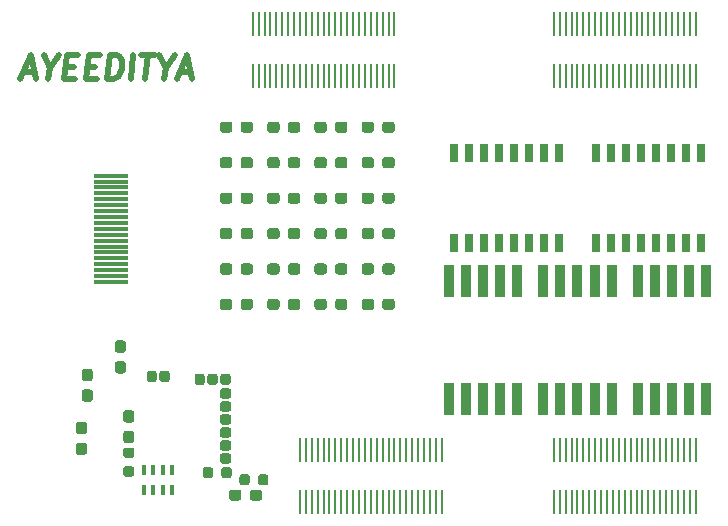
<source format=gbr>
G04 #@! TF.GenerationSoftware,KiCad,Pcbnew,(5.99.0-1662-g9db296991)*
G04 #@! TF.CreationDate,2020-06-19T13:25:47+05:30*
G04 #@! TF.ProjectId,Alchitry_IO_Shield,416c6368-6974-4727-995f-494f5f536869,rev?*
G04 #@! TF.SameCoordinates,Original*
G04 #@! TF.FileFunction,Paste,Top*
G04 #@! TF.FilePolarity,Positive*
%FSLAX46Y46*%
G04 Gerber Fmt 4.6, Leading zero omitted, Abs format (unit mm)*
G04 Created by KiCad (PCBNEW (5.99.0-1662-g9db296991)) date 2020-06-19 13:25:47*
%MOMM*%
%LPD*%
G01*
G04 APERTURE LIST*
%ADD10C,0.500000*%
%ADD11R,3.000000X0.300000*%
%ADD12R,0.760000X1.600000*%
%ADD13R,0.900000X2.800000*%
%ADD14R,0.250000X2.000000*%
%ADD15R,0.400000X0.900000*%
G04 APERTURE END LIST*
D10*
X13086845Y-18333333D02*
X14039226Y-18333333D01*
X12824940Y-18904761D02*
X13741607Y-16904761D01*
X14158273Y-18904761D01*
X15324940Y-17952380D02*
X15205892Y-18904761D01*
X14789226Y-16904761D02*
X15324940Y-17952380D01*
X16122559Y-16904761D01*
X16670178Y-17857142D02*
X17336845Y-17857142D01*
X17491607Y-18904761D02*
X16539226Y-18904761D01*
X16789226Y-16904761D01*
X17741607Y-16904761D01*
X18479702Y-17857142D02*
X19146369Y-17857142D01*
X19301130Y-18904761D02*
X18348750Y-18904761D01*
X18598750Y-16904761D01*
X19551130Y-16904761D01*
X20158273Y-18904761D02*
X20408273Y-16904761D01*
X20884464Y-16904761D01*
X21158273Y-17000000D01*
X21324940Y-17190476D01*
X21396369Y-17380952D01*
X21443988Y-17761904D01*
X21408273Y-18047619D01*
X21265416Y-18428571D01*
X21146369Y-18619047D01*
X20932083Y-18809523D01*
X20634464Y-18904761D01*
X20158273Y-18904761D01*
X22158273Y-18904761D02*
X22408273Y-16904761D01*
X23074940Y-16904761D02*
X24217797Y-16904761D01*
X23396369Y-18904761D02*
X23646369Y-16904761D01*
X25134464Y-17952380D02*
X25015416Y-18904761D01*
X24598750Y-16904761D02*
X25134464Y-17952380D01*
X25932083Y-16904761D01*
X26324940Y-18333333D02*
X27277321Y-18333333D01*
X26063035Y-18904761D02*
X26979702Y-16904761D01*
X27396369Y-18904761D01*
G36*
G01*
X24387500Y-43843750D02*
X24387500Y-44356250D01*
G75*
G02*
X24168750Y-44575000I-218750J0D01*
G01*
X23731250Y-44575000D01*
G75*
G02*
X23512500Y-44356250I0J218750D01*
G01*
X23512500Y-43843750D01*
G75*
G02*
X23731250Y-43625000I218750J0D01*
G01*
X24168750Y-43625000D01*
G75*
G02*
X24387500Y-43843750I0J-218750D01*
G01*
G37*
G36*
G01*
X25475000Y-43843750D02*
X25475000Y-44356250D01*
G75*
G02*
X25256250Y-44575000I-218750J0D01*
G01*
X24818750Y-44575000D01*
G75*
G02*
X24600000Y-44356250I0J218750D01*
G01*
X24600000Y-43843750D01*
G75*
G02*
X24818750Y-43625000I218750J0D01*
G01*
X25256250Y-43625000D01*
G75*
G02*
X25475000Y-43843750I0J-218750D01*
G01*
G37*
G36*
G01*
X30456250Y-50387500D02*
X29943750Y-50387500D01*
G75*
G02*
X29725000Y-50168750I0J218750D01*
G01*
X29725000Y-49731250D01*
G75*
G02*
X29943750Y-49512500I218750J0D01*
G01*
X30456250Y-49512500D01*
G75*
G02*
X30675000Y-49731250I0J-218750D01*
G01*
X30675000Y-50168750D01*
G75*
G02*
X30456250Y-50387500I-218750J0D01*
G01*
G37*
G36*
G01*
X29943750Y-48412500D02*
X30456250Y-48412500D01*
G75*
G02*
X30675000Y-48631250I0J-218750D01*
G01*
X30675000Y-49068750D01*
G75*
G02*
X30456250Y-49287500I-218750J0D01*
G01*
X29943750Y-49287500D01*
G75*
G02*
X29725000Y-49068750I0J218750D01*
G01*
X29725000Y-48631250D01*
G75*
G02*
X29943750Y-48412500I218750J0D01*
G01*
G37*
G36*
G01*
X30456250Y-51475000D02*
X29943750Y-51475000D01*
G75*
G02*
X29725000Y-51256250I0J218750D01*
G01*
X29725000Y-50818750D01*
G75*
G02*
X29943750Y-50600000I218750J0D01*
G01*
X30456250Y-50600000D01*
G75*
G02*
X30675000Y-50818750I0J-218750D01*
G01*
X30675000Y-51256250D01*
G75*
G02*
X30456250Y-51475000I-218750J0D01*
G01*
G37*
G36*
G01*
X30456250Y-47087500D02*
X29943750Y-47087500D01*
G75*
G02*
X29725000Y-46868750I0J218750D01*
G01*
X29725000Y-46431250D01*
G75*
G02*
X29943750Y-46212500I218750J0D01*
G01*
X30456250Y-46212500D01*
G75*
G02*
X30675000Y-46431250I0J-218750D01*
G01*
X30675000Y-46868750D01*
G75*
G02*
X30456250Y-47087500I-218750J0D01*
G01*
G37*
G36*
G01*
X29943750Y-45112500D02*
X30456250Y-45112500D01*
G75*
G02*
X30675000Y-45331250I0J-218750D01*
G01*
X30675000Y-45768750D01*
G75*
G02*
X30456250Y-45987500I-218750J0D01*
G01*
X29943750Y-45987500D01*
G75*
G02*
X29725000Y-45768750I0J218750D01*
G01*
X29725000Y-45331250D01*
G75*
G02*
X29943750Y-45112500I218750J0D01*
G01*
G37*
G36*
G01*
X30456250Y-48175000D02*
X29943750Y-48175000D01*
G75*
G02*
X29725000Y-47956250I0J218750D01*
G01*
X29725000Y-47518750D01*
G75*
G02*
X29943750Y-47300000I218750J0D01*
G01*
X30456250Y-47300000D01*
G75*
G02*
X30675000Y-47518750I0J-218750D01*
G01*
X30675000Y-47956250D01*
G75*
G02*
X30456250Y-48175000I-218750J0D01*
G01*
G37*
G36*
G01*
X28662500Y-44606250D02*
X28662500Y-44093750D01*
G75*
G02*
X28881250Y-43875000I218750J0D01*
G01*
X29318750Y-43875000D01*
G75*
G02*
X29537500Y-44093750I0J-218750D01*
G01*
X29537500Y-44606250D01*
G75*
G02*
X29318750Y-44825000I-218750J0D01*
G01*
X28881250Y-44825000D01*
G75*
G02*
X28662500Y-44606250I0J218750D01*
G01*
G37*
G36*
G01*
X30637500Y-44093750D02*
X30637500Y-44606250D01*
G75*
G02*
X30418750Y-44825000I-218750J0D01*
G01*
X29981250Y-44825000D01*
G75*
G02*
X29762500Y-44606250I0J218750D01*
G01*
X29762500Y-44093750D01*
G75*
G02*
X29981250Y-43875000I218750J0D01*
G01*
X30418750Y-43875000D01*
G75*
G02*
X30637500Y-44093750I0J-218750D01*
G01*
G37*
G36*
G01*
X27575000Y-44606250D02*
X27575000Y-44093750D01*
G75*
G02*
X27793750Y-43875000I218750J0D01*
G01*
X28231250Y-43875000D01*
G75*
G02*
X28450000Y-44093750I0J-218750D01*
G01*
X28450000Y-44606250D01*
G75*
G02*
X28231250Y-44825000I-218750J0D01*
G01*
X27793750Y-44825000D01*
G75*
G02*
X27575000Y-44606250I0J218750D01*
G01*
G37*
D11*
X20500000Y-34600000D03*
X20500000Y-35600000D03*
X20500000Y-36100000D03*
X20500000Y-35100000D03*
X20500000Y-33600000D03*
X20500000Y-34100000D03*
X20500000Y-27100000D03*
X20500000Y-33100000D03*
X20500000Y-32600000D03*
X20500000Y-29600000D03*
X20500000Y-32100000D03*
X20500000Y-31600000D03*
X20500000Y-31100000D03*
X20500000Y-30100000D03*
X20500000Y-29100000D03*
X20500000Y-28100000D03*
X20500000Y-27600000D03*
X20500000Y-28600000D03*
X20500000Y-30600000D03*
D12*
X49555000Y-32810000D03*
X58445000Y-25190000D03*
X50825000Y-32810000D03*
X57175000Y-25190000D03*
X52095000Y-32810000D03*
X55905000Y-25190000D03*
X53365000Y-32810000D03*
X54635000Y-25190000D03*
X54635000Y-32810000D03*
X53365000Y-25190000D03*
X55905000Y-32810000D03*
X52095000Y-25190000D03*
X57175000Y-32810000D03*
X50825000Y-25190000D03*
X58445000Y-32810000D03*
X49555000Y-25190000D03*
D13*
X49120000Y-36000000D03*
X50560000Y-36000000D03*
X52000000Y-36000000D03*
X53440000Y-36000000D03*
X54880000Y-36000000D03*
X54880000Y-46000000D03*
X53440000Y-46000000D03*
X52000000Y-46000000D03*
X50560000Y-46000000D03*
X49120000Y-46000000D03*
X57120000Y-36000000D03*
X58560000Y-36000000D03*
X60000000Y-36000000D03*
X61440000Y-36000000D03*
X62880000Y-36000000D03*
X62880000Y-46000000D03*
X61440000Y-46000000D03*
X60000000Y-46000000D03*
X58560000Y-46000000D03*
X57120000Y-46000000D03*
X65120000Y-36000000D03*
X66560000Y-36000000D03*
X68000000Y-36000000D03*
X69440000Y-36000000D03*
X70880000Y-36000000D03*
X70880000Y-46000000D03*
X69440000Y-46000000D03*
X68000000Y-46000000D03*
X66560000Y-46000000D03*
X65120000Y-46000000D03*
G36*
G01*
X29725000Y-23237500D02*
X29725000Y-22762500D01*
G75*
G02*
X29962500Y-22525000I237500J0D01*
G01*
X30537500Y-22525000D01*
G75*
G02*
X30775000Y-22762500I0J-237500D01*
G01*
X30775000Y-23237500D01*
G75*
G02*
X30537500Y-23475000I-237500J0D01*
G01*
X29962500Y-23475000D01*
G75*
G02*
X29725000Y-23237500I0J237500D01*
G01*
G37*
G36*
G01*
X31475000Y-23237500D02*
X31475000Y-22762500D01*
G75*
G02*
X31712500Y-22525000I237500J0D01*
G01*
X32287500Y-22525000D01*
G75*
G02*
X32525000Y-22762500I0J-237500D01*
G01*
X32525000Y-23237500D01*
G75*
G02*
X32287500Y-23475000I-237500J0D01*
G01*
X31712500Y-23475000D01*
G75*
G02*
X31475000Y-23237500I0J237500D01*
G01*
G37*
G36*
G01*
X33725000Y-23237500D02*
X33725000Y-22762500D01*
G75*
G02*
X33962500Y-22525000I237500J0D01*
G01*
X34537500Y-22525000D01*
G75*
G02*
X34775000Y-22762500I0J-237500D01*
G01*
X34775000Y-23237500D01*
G75*
G02*
X34537500Y-23475000I-237500J0D01*
G01*
X33962500Y-23475000D01*
G75*
G02*
X33725000Y-23237500I0J237500D01*
G01*
G37*
G36*
G01*
X35475000Y-23237500D02*
X35475000Y-22762500D01*
G75*
G02*
X35712500Y-22525000I237500J0D01*
G01*
X36287500Y-22525000D01*
G75*
G02*
X36525000Y-22762500I0J-237500D01*
G01*
X36525000Y-23237500D01*
G75*
G02*
X36287500Y-23475000I-237500J0D01*
G01*
X35712500Y-23475000D01*
G75*
G02*
X35475000Y-23237500I0J237500D01*
G01*
G37*
G36*
G01*
X37725000Y-23237500D02*
X37725000Y-22762500D01*
G75*
G02*
X37962500Y-22525000I237500J0D01*
G01*
X38537500Y-22525000D01*
G75*
G02*
X38775000Y-22762500I0J-237500D01*
G01*
X38775000Y-23237500D01*
G75*
G02*
X38537500Y-23475000I-237500J0D01*
G01*
X37962500Y-23475000D01*
G75*
G02*
X37725000Y-23237500I0J237500D01*
G01*
G37*
G36*
G01*
X39475000Y-23237500D02*
X39475000Y-22762500D01*
G75*
G02*
X39712500Y-22525000I237500J0D01*
G01*
X40287500Y-22525000D01*
G75*
G02*
X40525000Y-22762500I0J-237500D01*
G01*
X40525000Y-23237500D01*
G75*
G02*
X40287500Y-23475000I-237500J0D01*
G01*
X39712500Y-23475000D01*
G75*
G02*
X39475000Y-23237500I0J237500D01*
G01*
G37*
G36*
G01*
X41725000Y-23237500D02*
X41725000Y-22762500D01*
G75*
G02*
X41962500Y-22525000I237500J0D01*
G01*
X42537500Y-22525000D01*
G75*
G02*
X42775000Y-22762500I0J-237500D01*
G01*
X42775000Y-23237500D01*
G75*
G02*
X42537500Y-23475000I-237500J0D01*
G01*
X41962500Y-23475000D01*
G75*
G02*
X41725000Y-23237500I0J237500D01*
G01*
G37*
G36*
G01*
X43475000Y-23237500D02*
X43475000Y-22762500D01*
G75*
G02*
X43712500Y-22525000I237500J0D01*
G01*
X44287500Y-22525000D01*
G75*
G02*
X44525000Y-22762500I0J-237500D01*
G01*
X44525000Y-23237500D01*
G75*
G02*
X44287500Y-23475000I-237500J0D01*
G01*
X43712500Y-23475000D01*
G75*
G02*
X43475000Y-23237500I0J237500D01*
G01*
G37*
G36*
G01*
X29725000Y-26237500D02*
X29725000Y-25762500D01*
G75*
G02*
X29962500Y-25525000I237500J0D01*
G01*
X30537500Y-25525000D01*
G75*
G02*
X30775000Y-25762500I0J-237500D01*
G01*
X30775000Y-26237500D01*
G75*
G02*
X30537500Y-26475000I-237500J0D01*
G01*
X29962500Y-26475000D01*
G75*
G02*
X29725000Y-26237500I0J237500D01*
G01*
G37*
G36*
G01*
X31475000Y-26237500D02*
X31475000Y-25762500D01*
G75*
G02*
X31712500Y-25525000I237500J0D01*
G01*
X32287500Y-25525000D01*
G75*
G02*
X32525000Y-25762500I0J-237500D01*
G01*
X32525000Y-26237500D01*
G75*
G02*
X32287500Y-26475000I-237500J0D01*
G01*
X31712500Y-26475000D01*
G75*
G02*
X31475000Y-26237500I0J237500D01*
G01*
G37*
G36*
G01*
X33725000Y-26237500D02*
X33725000Y-25762500D01*
G75*
G02*
X33962500Y-25525000I237500J0D01*
G01*
X34537500Y-25525000D01*
G75*
G02*
X34775000Y-25762500I0J-237500D01*
G01*
X34775000Y-26237500D01*
G75*
G02*
X34537500Y-26475000I-237500J0D01*
G01*
X33962500Y-26475000D01*
G75*
G02*
X33725000Y-26237500I0J237500D01*
G01*
G37*
G36*
G01*
X35475000Y-26237500D02*
X35475000Y-25762500D01*
G75*
G02*
X35712500Y-25525000I237500J0D01*
G01*
X36287500Y-25525000D01*
G75*
G02*
X36525000Y-25762500I0J-237500D01*
G01*
X36525000Y-26237500D01*
G75*
G02*
X36287500Y-26475000I-237500J0D01*
G01*
X35712500Y-26475000D01*
G75*
G02*
X35475000Y-26237500I0J237500D01*
G01*
G37*
G36*
G01*
X37725000Y-26237500D02*
X37725000Y-25762500D01*
G75*
G02*
X37962500Y-25525000I237500J0D01*
G01*
X38537500Y-25525000D01*
G75*
G02*
X38775000Y-25762500I0J-237500D01*
G01*
X38775000Y-26237500D01*
G75*
G02*
X38537500Y-26475000I-237500J0D01*
G01*
X37962500Y-26475000D01*
G75*
G02*
X37725000Y-26237500I0J237500D01*
G01*
G37*
G36*
G01*
X39475000Y-26237500D02*
X39475000Y-25762500D01*
G75*
G02*
X39712500Y-25525000I237500J0D01*
G01*
X40287500Y-25525000D01*
G75*
G02*
X40525000Y-25762500I0J-237500D01*
G01*
X40525000Y-26237500D01*
G75*
G02*
X40287500Y-26475000I-237500J0D01*
G01*
X39712500Y-26475000D01*
G75*
G02*
X39475000Y-26237500I0J237500D01*
G01*
G37*
G36*
G01*
X41725000Y-26237500D02*
X41725000Y-25762500D01*
G75*
G02*
X41962500Y-25525000I237500J0D01*
G01*
X42537500Y-25525000D01*
G75*
G02*
X42775000Y-25762500I0J-237500D01*
G01*
X42775000Y-26237500D01*
G75*
G02*
X42537500Y-26475000I-237500J0D01*
G01*
X41962500Y-26475000D01*
G75*
G02*
X41725000Y-26237500I0J237500D01*
G01*
G37*
G36*
G01*
X43475000Y-26237500D02*
X43475000Y-25762500D01*
G75*
G02*
X43712500Y-25525000I237500J0D01*
G01*
X44287500Y-25525000D01*
G75*
G02*
X44525000Y-25762500I0J-237500D01*
G01*
X44525000Y-26237500D01*
G75*
G02*
X44287500Y-26475000I-237500J0D01*
G01*
X43712500Y-26475000D01*
G75*
G02*
X43475000Y-26237500I0J237500D01*
G01*
G37*
G36*
G01*
X29725000Y-29237500D02*
X29725000Y-28762500D01*
G75*
G02*
X29962500Y-28525000I237500J0D01*
G01*
X30537500Y-28525000D01*
G75*
G02*
X30775000Y-28762500I0J-237500D01*
G01*
X30775000Y-29237500D01*
G75*
G02*
X30537500Y-29475000I-237500J0D01*
G01*
X29962500Y-29475000D01*
G75*
G02*
X29725000Y-29237500I0J237500D01*
G01*
G37*
G36*
G01*
X31475000Y-29237500D02*
X31475000Y-28762500D01*
G75*
G02*
X31712500Y-28525000I237500J0D01*
G01*
X32287500Y-28525000D01*
G75*
G02*
X32525000Y-28762500I0J-237500D01*
G01*
X32525000Y-29237500D01*
G75*
G02*
X32287500Y-29475000I-237500J0D01*
G01*
X31712500Y-29475000D01*
G75*
G02*
X31475000Y-29237500I0J237500D01*
G01*
G37*
G36*
G01*
X33725000Y-29237500D02*
X33725000Y-28762500D01*
G75*
G02*
X33962500Y-28525000I237500J0D01*
G01*
X34537500Y-28525000D01*
G75*
G02*
X34775000Y-28762500I0J-237500D01*
G01*
X34775000Y-29237500D01*
G75*
G02*
X34537500Y-29475000I-237500J0D01*
G01*
X33962500Y-29475000D01*
G75*
G02*
X33725000Y-29237500I0J237500D01*
G01*
G37*
G36*
G01*
X35475000Y-29237500D02*
X35475000Y-28762500D01*
G75*
G02*
X35712500Y-28525000I237500J0D01*
G01*
X36287500Y-28525000D01*
G75*
G02*
X36525000Y-28762500I0J-237500D01*
G01*
X36525000Y-29237500D01*
G75*
G02*
X36287500Y-29475000I-237500J0D01*
G01*
X35712500Y-29475000D01*
G75*
G02*
X35475000Y-29237500I0J237500D01*
G01*
G37*
G36*
G01*
X37725000Y-29237500D02*
X37725000Y-28762500D01*
G75*
G02*
X37962500Y-28525000I237500J0D01*
G01*
X38537500Y-28525000D01*
G75*
G02*
X38775000Y-28762500I0J-237500D01*
G01*
X38775000Y-29237500D01*
G75*
G02*
X38537500Y-29475000I-237500J0D01*
G01*
X37962500Y-29475000D01*
G75*
G02*
X37725000Y-29237500I0J237500D01*
G01*
G37*
G36*
G01*
X39475000Y-29237500D02*
X39475000Y-28762500D01*
G75*
G02*
X39712500Y-28525000I237500J0D01*
G01*
X40287500Y-28525000D01*
G75*
G02*
X40525000Y-28762500I0J-237500D01*
G01*
X40525000Y-29237500D01*
G75*
G02*
X40287500Y-29475000I-237500J0D01*
G01*
X39712500Y-29475000D01*
G75*
G02*
X39475000Y-29237500I0J237500D01*
G01*
G37*
G36*
G01*
X41725000Y-29237500D02*
X41725000Y-28762500D01*
G75*
G02*
X41962500Y-28525000I237500J0D01*
G01*
X42537500Y-28525000D01*
G75*
G02*
X42775000Y-28762500I0J-237500D01*
G01*
X42775000Y-29237500D01*
G75*
G02*
X42537500Y-29475000I-237500J0D01*
G01*
X41962500Y-29475000D01*
G75*
G02*
X41725000Y-29237500I0J237500D01*
G01*
G37*
G36*
G01*
X43475000Y-29237500D02*
X43475000Y-28762500D01*
G75*
G02*
X43712500Y-28525000I237500J0D01*
G01*
X44287500Y-28525000D01*
G75*
G02*
X44525000Y-28762500I0J-237500D01*
G01*
X44525000Y-29237500D01*
G75*
G02*
X44287500Y-29475000I-237500J0D01*
G01*
X43712500Y-29475000D01*
G75*
G02*
X43475000Y-29237500I0J237500D01*
G01*
G37*
G36*
G01*
X29725000Y-32237500D02*
X29725000Y-31762500D01*
G75*
G02*
X29962500Y-31525000I237500J0D01*
G01*
X30537500Y-31525000D01*
G75*
G02*
X30775000Y-31762500I0J-237500D01*
G01*
X30775000Y-32237500D01*
G75*
G02*
X30537500Y-32475000I-237500J0D01*
G01*
X29962500Y-32475000D01*
G75*
G02*
X29725000Y-32237500I0J237500D01*
G01*
G37*
G36*
G01*
X31475000Y-32237500D02*
X31475000Y-31762500D01*
G75*
G02*
X31712500Y-31525000I237500J0D01*
G01*
X32287500Y-31525000D01*
G75*
G02*
X32525000Y-31762500I0J-237500D01*
G01*
X32525000Y-32237500D01*
G75*
G02*
X32287500Y-32475000I-237500J0D01*
G01*
X31712500Y-32475000D01*
G75*
G02*
X31475000Y-32237500I0J237500D01*
G01*
G37*
G36*
G01*
X33725000Y-32237500D02*
X33725000Y-31762500D01*
G75*
G02*
X33962500Y-31525000I237500J0D01*
G01*
X34537500Y-31525000D01*
G75*
G02*
X34775000Y-31762500I0J-237500D01*
G01*
X34775000Y-32237500D01*
G75*
G02*
X34537500Y-32475000I-237500J0D01*
G01*
X33962500Y-32475000D01*
G75*
G02*
X33725000Y-32237500I0J237500D01*
G01*
G37*
G36*
G01*
X35475000Y-32237500D02*
X35475000Y-31762500D01*
G75*
G02*
X35712500Y-31525000I237500J0D01*
G01*
X36287500Y-31525000D01*
G75*
G02*
X36525000Y-31762500I0J-237500D01*
G01*
X36525000Y-32237500D01*
G75*
G02*
X36287500Y-32475000I-237500J0D01*
G01*
X35712500Y-32475000D01*
G75*
G02*
X35475000Y-32237500I0J237500D01*
G01*
G37*
G36*
G01*
X37725000Y-32237500D02*
X37725000Y-31762500D01*
G75*
G02*
X37962500Y-31525000I237500J0D01*
G01*
X38537500Y-31525000D01*
G75*
G02*
X38775000Y-31762500I0J-237500D01*
G01*
X38775000Y-32237500D01*
G75*
G02*
X38537500Y-32475000I-237500J0D01*
G01*
X37962500Y-32475000D01*
G75*
G02*
X37725000Y-32237500I0J237500D01*
G01*
G37*
G36*
G01*
X39475000Y-32237500D02*
X39475000Y-31762500D01*
G75*
G02*
X39712500Y-31525000I237500J0D01*
G01*
X40287500Y-31525000D01*
G75*
G02*
X40525000Y-31762500I0J-237500D01*
G01*
X40525000Y-32237500D01*
G75*
G02*
X40287500Y-32475000I-237500J0D01*
G01*
X39712500Y-32475000D01*
G75*
G02*
X39475000Y-32237500I0J237500D01*
G01*
G37*
G36*
G01*
X41725000Y-32237500D02*
X41725000Y-31762500D01*
G75*
G02*
X41962500Y-31525000I237500J0D01*
G01*
X42537500Y-31525000D01*
G75*
G02*
X42775000Y-31762500I0J-237500D01*
G01*
X42775000Y-32237500D01*
G75*
G02*
X42537500Y-32475000I-237500J0D01*
G01*
X41962500Y-32475000D01*
G75*
G02*
X41725000Y-32237500I0J237500D01*
G01*
G37*
G36*
G01*
X43475000Y-32237500D02*
X43475000Y-31762500D01*
G75*
G02*
X43712500Y-31525000I237500J0D01*
G01*
X44287500Y-31525000D01*
G75*
G02*
X44525000Y-31762500I0J-237500D01*
G01*
X44525000Y-32237500D01*
G75*
G02*
X44287500Y-32475000I-237500J0D01*
G01*
X43712500Y-32475000D01*
G75*
G02*
X43475000Y-32237500I0J237500D01*
G01*
G37*
G36*
G01*
X29725000Y-35237500D02*
X29725000Y-34762500D01*
G75*
G02*
X29962500Y-34525000I237500J0D01*
G01*
X30537500Y-34525000D01*
G75*
G02*
X30775000Y-34762500I0J-237500D01*
G01*
X30775000Y-35237500D01*
G75*
G02*
X30537500Y-35475000I-237500J0D01*
G01*
X29962500Y-35475000D01*
G75*
G02*
X29725000Y-35237500I0J237500D01*
G01*
G37*
G36*
G01*
X31475000Y-35237500D02*
X31475000Y-34762500D01*
G75*
G02*
X31712500Y-34525000I237500J0D01*
G01*
X32287500Y-34525000D01*
G75*
G02*
X32525000Y-34762500I0J-237500D01*
G01*
X32525000Y-35237500D01*
G75*
G02*
X32287500Y-35475000I-237500J0D01*
G01*
X31712500Y-35475000D01*
G75*
G02*
X31475000Y-35237500I0J237500D01*
G01*
G37*
G36*
G01*
X33725000Y-35237500D02*
X33725000Y-34762500D01*
G75*
G02*
X33962500Y-34525000I237500J0D01*
G01*
X34537500Y-34525000D01*
G75*
G02*
X34775000Y-34762500I0J-237500D01*
G01*
X34775000Y-35237500D01*
G75*
G02*
X34537500Y-35475000I-237500J0D01*
G01*
X33962500Y-35475000D01*
G75*
G02*
X33725000Y-35237500I0J237500D01*
G01*
G37*
G36*
G01*
X35475000Y-35237500D02*
X35475000Y-34762500D01*
G75*
G02*
X35712500Y-34525000I237500J0D01*
G01*
X36287500Y-34525000D01*
G75*
G02*
X36525000Y-34762500I0J-237500D01*
G01*
X36525000Y-35237500D01*
G75*
G02*
X36287500Y-35475000I-237500J0D01*
G01*
X35712500Y-35475000D01*
G75*
G02*
X35475000Y-35237500I0J237500D01*
G01*
G37*
G36*
G01*
X37725000Y-35237500D02*
X37725000Y-34762500D01*
G75*
G02*
X37962500Y-34525000I237500J0D01*
G01*
X38537500Y-34525000D01*
G75*
G02*
X38775000Y-34762500I0J-237500D01*
G01*
X38775000Y-35237500D01*
G75*
G02*
X38537500Y-35475000I-237500J0D01*
G01*
X37962500Y-35475000D01*
G75*
G02*
X37725000Y-35237500I0J237500D01*
G01*
G37*
G36*
G01*
X39475000Y-35237500D02*
X39475000Y-34762500D01*
G75*
G02*
X39712500Y-34525000I237500J0D01*
G01*
X40287500Y-34525000D01*
G75*
G02*
X40525000Y-34762500I0J-237500D01*
G01*
X40525000Y-35237500D01*
G75*
G02*
X40287500Y-35475000I-237500J0D01*
G01*
X39712500Y-35475000D01*
G75*
G02*
X39475000Y-35237500I0J237500D01*
G01*
G37*
G36*
G01*
X41725000Y-35237500D02*
X41725000Y-34762500D01*
G75*
G02*
X41962500Y-34525000I237500J0D01*
G01*
X42537500Y-34525000D01*
G75*
G02*
X42775000Y-34762500I0J-237500D01*
G01*
X42775000Y-35237500D01*
G75*
G02*
X42537500Y-35475000I-237500J0D01*
G01*
X41962500Y-35475000D01*
G75*
G02*
X41725000Y-35237500I0J237500D01*
G01*
G37*
G36*
G01*
X43475000Y-35237500D02*
X43475000Y-34762500D01*
G75*
G02*
X43712500Y-34525000I237500J0D01*
G01*
X44287500Y-34525000D01*
G75*
G02*
X44525000Y-34762500I0J-237500D01*
G01*
X44525000Y-35237500D01*
G75*
G02*
X44287500Y-35475000I-237500J0D01*
G01*
X43712500Y-35475000D01*
G75*
G02*
X43475000Y-35237500I0J237500D01*
G01*
G37*
G36*
G01*
X29725000Y-38237500D02*
X29725000Y-37762500D01*
G75*
G02*
X29962500Y-37525000I237500J0D01*
G01*
X30537500Y-37525000D01*
G75*
G02*
X30775000Y-37762500I0J-237500D01*
G01*
X30775000Y-38237500D01*
G75*
G02*
X30537500Y-38475000I-237500J0D01*
G01*
X29962500Y-38475000D01*
G75*
G02*
X29725000Y-38237500I0J237500D01*
G01*
G37*
G36*
G01*
X31475000Y-38237500D02*
X31475000Y-37762500D01*
G75*
G02*
X31712500Y-37525000I237500J0D01*
G01*
X32287500Y-37525000D01*
G75*
G02*
X32525000Y-37762500I0J-237500D01*
G01*
X32525000Y-38237500D01*
G75*
G02*
X32287500Y-38475000I-237500J0D01*
G01*
X31712500Y-38475000D01*
G75*
G02*
X31475000Y-38237500I0J237500D01*
G01*
G37*
G36*
G01*
X33725000Y-38237500D02*
X33725000Y-37762500D01*
G75*
G02*
X33962500Y-37525000I237500J0D01*
G01*
X34537500Y-37525000D01*
G75*
G02*
X34775000Y-37762500I0J-237500D01*
G01*
X34775000Y-38237500D01*
G75*
G02*
X34537500Y-38475000I-237500J0D01*
G01*
X33962500Y-38475000D01*
G75*
G02*
X33725000Y-38237500I0J237500D01*
G01*
G37*
G36*
G01*
X35475000Y-38237500D02*
X35475000Y-37762500D01*
G75*
G02*
X35712500Y-37525000I237500J0D01*
G01*
X36287500Y-37525000D01*
G75*
G02*
X36525000Y-37762500I0J-237500D01*
G01*
X36525000Y-38237500D01*
G75*
G02*
X36287500Y-38475000I-237500J0D01*
G01*
X35712500Y-38475000D01*
G75*
G02*
X35475000Y-38237500I0J237500D01*
G01*
G37*
G36*
G01*
X37725000Y-38237500D02*
X37725000Y-37762500D01*
G75*
G02*
X37962500Y-37525000I237500J0D01*
G01*
X38537500Y-37525000D01*
G75*
G02*
X38775000Y-37762500I0J-237500D01*
G01*
X38775000Y-38237500D01*
G75*
G02*
X38537500Y-38475000I-237500J0D01*
G01*
X37962500Y-38475000D01*
G75*
G02*
X37725000Y-38237500I0J237500D01*
G01*
G37*
G36*
G01*
X39475000Y-38237500D02*
X39475000Y-37762500D01*
G75*
G02*
X39712500Y-37525000I237500J0D01*
G01*
X40287500Y-37525000D01*
G75*
G02*
X40525000Y-37762500I0J-237500D01*
G01*
X40525000Y-38237500D01*
G75*
G02*
X40287500Y-38475000I-237500J0D01*
G01*
X39712500Y-38475000D01*
G75*
G02*
X39475000Y-38237500I0J237500D01*
G01*
G37*
G36*
G01*
X41725000Y-38237500D02*
X41725000Y-37762500D01*
G75*
G02*
X41962500Y-37525000I237500J0D01*
G01*
X42537500Y-37525000D01*
G75*
G02*
X42775000Y-37762500I0J-237500D01*
G01*
X42775000Y-38237500D01*
G75*
G02*
X42537500Y-38475000I-237500J0D01*
G01*
X41962500Y-38475000D01*
G75*
G02*
X41725000Y-38237500I0J237500D01*
G01*
G37*
G36*
G01*
X43475000Y-38237500D02*
X43475000Y-37762500D01*
G75*
G02*
X43712500Y-37525000I237500J0D01*
G01*
X44287500Y-37525000D01*
G75*
G02*
X44525000Y-37762500I0J-237500D01*
G01*
X44525000Y-38237500D01*
G75*
G02*
X44287500Y-38475000I-237500J0D01*
G01*
X43712500Y-38475000D01*
G75*
G02*
X43475000Y-38237500I0J237500D01*
G01*
G37*
D14*
X41500000Y-50300000D03*
X42500000Y-50300000D03*
X45500000Y-54700000D03*
X39500000Y-54700000D03*
X46000000Y-54700000D03*
X47500000Y-54700000D03*
X42000000Y-54700000D03*
X42000000Y-50300000D03*
X46500000Y-54700000D03*
X38500000Y-54700000D03*
X45000000Y-54700000D03*
X47000000Y-54700000D03*
X37500000Y-54700000D03*
X48000000Y-54700000D03*
X48500000Y-54700000D03*
X41000000Y-54700000D03*
X40500000Y-54700000D03*
X41000000Y-50300000D03*
X40000000Y-54700000D03*
X37000000Y-54700000D03*
X38000000Y-54700000D03*
X41500000Y-54700000D03*
X39000000Y-54700000D03*
X36500000Y-54700000D03*
X58500000Y-18700000D03*
X65000000Y-14300000D03*
X58000000Y-14300000D03*
X69000000Y-18700000D03*
X39000000Y-50300000D03*
X36500000Y-50300000D03*
X63000000Y-14300000D03*
X64500000Y-14300000D03*
X40000000Y-50300000D03*
X63500000Y-18700000D03*
X44500000Y-50300000D03*
X46500000Y-50300000D03*
X67500000Y-18700000D03*
X60500000Y-18700000D03*
X39500000Y-50300000D03*
X64500000Y-18700000D03*
X45500000Y-50300000D03*
X61000000Y-18700000D03*
X65000000Y-18700000D03*
X65500000Y-18700000D03*
X63000000Y-18700000D03*
X62000000Y-14300000D03*
X59500000Y-14300000D03*
X47500000Y-50300000D03*
X48000000Y-50300000D03*
X64000000Y-18700000D03*
X66000000Y-18700000D03*
X66500000Y-18700000D03*
X61000000Y-14300000D03*
X65500000Y-14300000D03*
X58500000Y-14300000D03*
X67000000Y-18700000D03*
X68000000Y-18700000D03*
X38500000Y-50300000D03*
X46000000Y-50300000D03*
X47000000Y-50300000D03*
X45000000Y-50300000D03*
X59000000Y-14300000D03*
X60000000Y-18700000D03*
X37500000Y-50300000D03*
X58000000Y-18700000D03*
X40500000Y-50300000D03*
X70000000Y-18700000D03*
X38000000Y-50300000D03*
X59500000Y-18700000D03*
X37000000Y-50300000D03*
X60000000Y-14300000D03*
X62500000Y-14300000D03*
X43000000Y-50300000D03*
X48500000Y-50300000D03*
X68500000Y-18700000D03*
X61500000Y-18700000D03*
X43500000Y-50300000D03*
X44000000Y-50300000D03*
X63500000Y-14300000D03*
X64000000Y-14300000D03*
X69500000Y-18700000D03*
X60500000Y-14300000D03*
X62000000Y-18700000D03*
X61500000Y-14300000D03*
X59000000Y-18700000D03*
X62500000Y-18700000D03*
X41000000Y-14300000D03*
X34500000Y-18700000D03*
X40500000Y-14300000D03*
X41500000Y-18700000D03*
X36000000Y-18700000D03*
X35500000Y-18700000D03*
X43000000Y-18700000D03*
X38000000Y-18700000D03*
X66000000Y-14300000D03*
X35000000Y-18700000D03*
X40000000Y-14300000D03*
X34000000Y-18700000D03*
X42500000Y-18700000D03*
X36500000Y-18700000D03*
X39000000Y-14300000D03*
X66500000Y-14300000D03*
X33000000Y-14300000D03*
X67000000Y-14300000D03*
X40000000Y-18700000D03*
X33500000Y-18700000D03*
X33500000Y-14300000D03*
X41500000Y-14300000D03*
X42500000Y-14300000D03*
X44500000Y-14300000D03*
X67500000Y-14300000D03*
X68000000Y-14300000D03*
X44000000Y-18700000D03*
X68500000Y-14300000D03*
X38500000Y-18700000D03*
X35500000Y-14300000D03*
X39500000Y-14300000D03*
X37500000Y-14300000D03*
X69500000Y-14300000D03*
X34000000Y-14300000D03*
X69000000Y-14300000D03*
X70000000Y-14300000D03*
X40500000Y-18700000D03*
X42000000Y-14300000D03*
X37500000Y-18700000D03*
X43500000Y-18700000D03*
X33000000Y-18700000D03*
X37000000Y-14300000D03*
X41000000Y-18700000D03*
X39000000Y-18700000D03*
X39500000Y-18700000D03*
X42000000Y-18700000D03*
X38000000Y-14300000D03*
X32500000Y-18700000D03*
X35000000Y-14300000D03*
X44500000Y-18700000D03*
X38500000Y-14300000D03*
X36500000Y-14300000D03*
X34500000Y-14300000D03*
X32500000Y-14300000D03*
X43000000Y-14300000D03*
X44000000Y-14300000D03*
X36000000Y-14300000D03*
X43500000Y-14300000D03*
X37000000Y-18700000D03*
X69500000Y-54700000D03*
X60500000Y-54700000D03*
X67500000Y-54700000D03*
X67500000Y-50300000D03*
X68000000Y-54700000D03*
X63000000Y-54700000D03*
X64500000Y-54700000D03*
X58500000Y-54700000D03*
X63500000Y-50300000D03*
X65000000Y-50300000D03*
X61000000Y-50300000D03*
X44500000Y-54700000D03*
X65000000Y-54700000D03*
X58000000Y-50300000D03*
X66500000Y-54700000D03*
X65500000Y-54700000D03*
X59000000Y-50300000D03*
X66000000Y-54700000D03*
X68500000Y-54700000D03*
X69000000Y-54700000D03*
X68000000Y-50300000D03*
X62500000Y-54700000D03*
X70000000Y-54700000D03*
X63500000Y-54700000D03*
X62000000Y-50300000D03*
X61000000Y-54700000D03*
X69000000Y-50300000D03*
X69500000Y-50300000D03*
X70000000Y-50300000D03*
X64500000Y-50300000D03*
X43000000Y-54700000D03*
X66000000Y-50300000D03*
X58000000Y-54700000D03*
X68500000Y-50300000D03*
X61500000Y-54700000D03*
X65500000Y-50300000D03*
X64000000Y-50300000D03*
X59500000Y-50300000D03*
X66500000Y-50300000D03*
X62500000Y-50300000D03*
X67000000Y-50300000D03*
X43500000Y-54700000D03*
X63000000Y-50300000D03*
X60500000Y-50300000D03*
X62000000Y-54700000D03*
X60000000Y-54700000D03*
X59000000Y-54700000D03*
X60000000Y-50300000D03*
X58500000Y-50300000D03*
X42500000Y-54700000D03*
X44000000Y-54700000D03*
X61500000Y-50300000D03*
X59500000Y-54700000D03*
X64000000Y-54700000D03*
X67000000Y-54700000D03*
D12*
X61555000Y-32810000D03*
X70445000Y-25190000D03*
X62825000Y-32810000D03*
X69175000Y-25190000D03*
X64095000Y-32810000D03*
X67905000Y-25190000D03*
X65365000Y-32810000D03*
X66635000Y-25190000D03*
X66635000Y-32810000D03*
X65365000Y-25190000D03*
X67905000Y-32810000D03*
X64095000Y-25190000D03*
X69175000Y-32810000D03*
X62825000Y-25190000D03*
X70445000Y-32810000D03*
X61555000Y-25190000D03*
D15*
X24900000Y-52000000D03*
X24100000Y-52000000D03*
X25700000Y-52000000D03*
X23300000Y-52000000D03*
X25700000Y-53700000D03*
X24900000Y-53700000D03*
X24100000Y-53700000D03*
X23300000Y-53700000D03*
G36*
G01*
X31375000Y-53106250D02*
X31375000Y-52593750D01*
G75*
G02*
X31593750Y-52375000I218750J0D01*
G01*
X32031250Y-52375000D01*
G75*
G02*
X32250000Y-52593750I0J-218750D01*
G01*
X32250000Y-53106250D01*
G75*
G02*
X32031250Y-53325000I-218750J0D01*
G01*
X31593750Y-53325000D01*
G75*
G02*
X31375000Y-53106250I0J218750D01*
G01*
G37*
G36*
G01*
X32950000Y-53106250D02*
X32950000Y-52593750D01*
G75*
G02*
X33168750Y-52375000I218750J0D01*
G01*
X33606250Y-52375000D01*
G75*
G02*
X33825000Y-52593750I0J-218750D01*
G01*
X33825000Y-53106250D01*
G75*
G02*
X33606250Y-53325000I-218750J0D01*
G01*
X33168750Y-53325000D01*
G75*
G02*
X32950000Y-53106250I0J218750D01*
G01*
G37*
G36*
G01*
X28275000Y-52506250D02*
X28275000Y-51993750D01*
G75*
G02*
X28493750Y-51775000I218750J0D01*
G01*
X28931250Y-51775000D01*
G75*
G02*
X29150000Y-51993750I0J-218750D01*
G01*
X29150000Y-52506250D01*
G75*
G02*
X28931250Y-52725000I-218750J0D01*
G01*
X28493750Y-52725000D01*
G75*
G02*
X28275000Y-52506250I0J218750D01*
G01*
G37*
G36*
G01*
X29850000Y-52506250D02*
X29850000Y-51993750D01*
G75*
G02*
X30068750Y-51775000I218750J0D01*
G01*
X30506250Y-51775000D01*
G75*
G02*
X30725000Y-51993750I0J-218750D01*
G01*
X30725000Y-52506250D01*
G75*
G02*
X30506250Y-52725000I-218750J0D01*
G01*
X30068750Y-52725000D01*
G75*
G02*
X29850000Y-52506250I0J218750D01*
G01*
G37*
G36*
G01*
X22256250Y-52575000D02*
X21743750Y-52575000D01*
G75*
G02*
X21525000Y-52356250I0J218750D01*
G01*
X21525000Y-51918750D01*
G75*
G02*
X21743750Y-51700000I218750J0D01*
G01*
X22256250Y-51700000D01*
G75*
G02*
X22475000Y-51918750I0J-218750D01*
G01*
X22475000Y-52356250D01*
G75*
G02*
X22256250Y-52575000I-218750J0D01*
G01*
G37*
G36*
G01*
X22256250Y-51000000D02*
X21743750Y-51000000D01*
G75*
G02*
X21525000Y-50781250I0J218750D01*
G01*
X21525000Y-50343750D01*
G75*
G02*
X21743750Y-50125000I218750J0D01*
G01*
X22256250Y-50125000D01*
G75*
G02*
X22475000Y-50343750I0J-218750D01*
G01*
X22475000Y-50781250D01*
G75*
G02*
X22256250Y-51000000I-218750J0D01*
G01*
G37*
G36*
G01*
X21762500Y-46950000D02*
X22237500Y-46950000D01*
G75*
G02*
X22475000Y-47187500I0J-237500D01*
G01*
X22475000Y-47762500D01*
G75*
G02*
X22237500Y-48000000I-237500J0D01*
G01*
X21762500Y-48000000D01*
G75*
G02*
X21525000Y-47762500I0J237500D01*
G01*
X21525000Y-47187500D01*
G75*
G02*
X21762500Y-46950000I237500J0D01*
G01*
G37*
G36*
G01*
X21762500Y-48700000D02*
X22237500Y-48700000D01*
G75*
G02*
X22475000Y-48937500I0J-237500D01*
G01*
X22475000Y-49512500D01*
G75*
G02*
X22237500Y-49750000I-237500J0D01*
G01*
X21762500Y-49750000D01*
G75*
G02*
X21525000Y-49512500I0J237500D01*
G01*
X21525000Y-48937500D01*
G75*
G02*
X21762500Y-48700000I237500J0D01*
G01*
G37*
G36*
G01*
X30500000Y-54387500D02*
X30500000Y-53912500D01*
G75*
G02*
X30737500Y-53675000I237500J0D01*
G01*
X31312500Y-53675000D01*
G75*
G02*
X31550000Y-53912500I0J-237500D01*
G01*
X31550000Y-54387500D01*
G75*
G02*
X31312500Y-54625000I-237500J0D01*
G01*
X30737500Y-54625000D01*
G75*
G02*
X30500000Y-54387500I0J237500D01*
G01*
G37*
G36*
G01*
X32250000Y-54387500D02*
X32250000Y-53912500D01*
G75*
G02*
X32487500Y-53675000I237500J0D01*
G01*
X33062500Y-53675000D01*
G75*
G02*
X33300000Y-53912500I0J-237500D01*
G01*
X33300000Y-54387500D01*
G75*
G02*
X33062500Y-54625000I-237500J0D01*
G01*
X32487500Y-54625000D01*
G75*
G02*
X32250000Y-54387500I0J237500D01*
G01*
G37*
G36*
G01*
X21062500Y-41050000D02*
X21537500Y-41050000D01*
G75*
G02*
X21775000Y-41287500I0J-237500D01*
G01*
X21775000Y-41862500D01*
G75*
G02*
X21537500Y-42100000I-237500J0D01*
G01*
X21062500Y-42100000D01*
G75*
G02*
X20825000Y-41862500I0J237500D01*
G01*
X20825000Y-41287500D01*
G75*
G02*
X21062500Y-41050000I237500J0D01*
G01*
G37*
G36*
G01*
X21062500Y-42800000D02*
X21537500Y-42800000D01*
G75*
G02*
X21775000Y-43037500I0J-237500D01*
G01*
X21775000Y-43612500D01*
G75*
G02*
X21537500Y-43850000I-237500J0D01*
G01*
X21062500Y-43850000D01*
G75*
G02*
X20825000Y-43612500I0J237500D01*
G01*
X20825000Y-43037500D01*
G75*
G02*
X21062500Y-42800000I237500J0D01*
G01*
G37*
G36*
G01*
X18737500Y-46250000D02*
X18262500Y-46250000D01*
G75*
G02*
X18025000Y-46012500I0J237500D01*
G01*
X18025000Y-45437500D01*
G75*
G02*
X18262500Y-45200000I237500J0D01*
G01*
X18737500Y-45200000D01*
G75*
G02*
X18975000Y-45437500I0J-237500D01*
G01*
X18975000Y-46012500D01*
G75*
G02*
X18737500Y-46250000I-237500J0D01*
G01*
G37*
G36*
G01*
X18737500Y-44500000D02*
X18262500Y-44500000D01*
G75*
G02*
X18025000Y-44262500I0J237500D01*
G01*
X18025000Y-43687500D01*
G75*
G02*
X18262500Y-43450000I237500J0D01*
G01*
X18737500Y-43450000D01*
G75*
G02*
X18975000Y-43687500I0J-237500D01*
G01*
X18975000Y-44262500D01*
G75*
G02*
X18737500Y-44500000I-237500J0D01*
G01*
G37*
G36*
G01*
X18237500Y-49000000D02*
X17762500Y-49000000D01*
G75*
G02*
X17525000Y-48762500I0J237500D01*
G01*
X17525000Y-48187500D01*
G75*
G02*
X17762500Y-47950000I237500J0D01*
G01*
X18237500Y-47950000D01*
G75*
G02*
X18475000Y-48187500I0J-237500D01*
G01*
X18475000Y-48762500D01*
G75*
G02*
X18237500Y-49000000I-237500J0D01*
G01*
G37*
G36*
G01*
X18237500Y-50750000D02*
X17762500Y-50750000D01*
G75*
G02*
X17525000Y-50512500I0J237500D01*
G01*
X17525000Y-49937500D01*
G75*
G02*
X17762500Y-49700000I237500J0D01*
G01*
X18237500Y-49700000D01*
G75*
G02*
X18475000Y-49937500I0J-237500D01*
G01*
X18475000Y-50512500D01*
G75*
G02*
X18237500Y-50750000I-237500J0D01*
G01*
G37*
M02*

</source>
